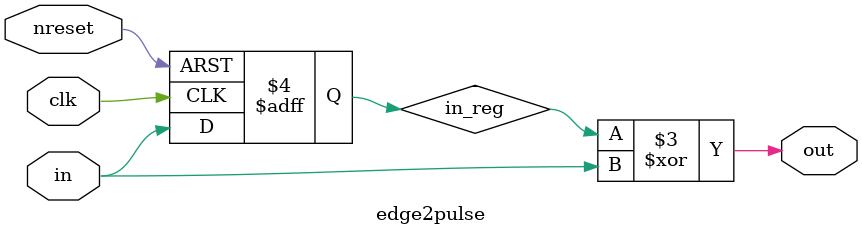
<source format=v>
module edge2pulse #( parameter DW      = 1) // width of data inputs
   (
    input 	    clk, // clock  
    input 	    nreset, // async active low reset   
    input [DW-1:0]  in, // edge input
    output [DW-1:0] out     // one cycle pulse
    );
     
   reg [DW-1:0]    in_reg;   

   always @ (posedge clk or negedge nreset)
     if(!nreset)
       in_reg[DW-1:0]  <= 'b0 ;
     else
       in_reg[DW-1:0]  <= in[DW-1:0] ;
     
   assign out[DW-1:0]  = in_reg[DW-1:0]  ^ in[DW-1:0] ;
   
endmodule // edge2pulse
</source>
